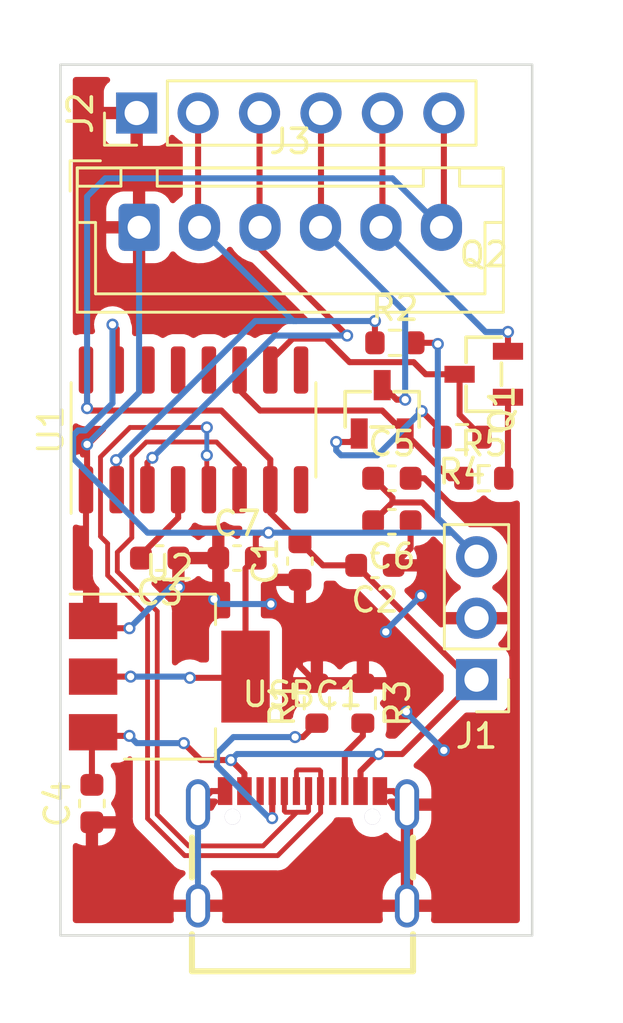
<source format=kicad_pcb>
(kicad_pcb (version 20211014) (generator pcbnew)
  (layers (0 "F.Cu" signal) (31 "B.Cu" signal) (34 "B.Paste" user) (35 "F.Paste" user) (36 "B.SilkS" user "B.Silkscreen") (37 "F.SilkS" user "F.Silkscreen") (38 "B.Mask" user) (39 "F.Mask" user) (44 "Edge.Cuts" user))
  (net 0 "")
  (net 1 "GND")
  (net 2 "+5V")
  (net 3 "Net-(C3-Pad2)")
  (net 4 "+3V3")
  (net 5 "ESP_RX")
  (net 6 "ESP_TX")
  (net 7 "EN")
  (net 8 "IO0")
  (net 9 "Net-(R1-Pad1)")
  (net 10 "Net-(R3-Pad2)")
  (net 11 "DTR")
  (net 12 "Net-(Q1-Pad1)")
  (net 13 "RTS")
  (net 14 "Net-(Q2-Pad1)")
  (net 15 "USB_DP")
  (net 16 "USB_DN")
  (footprint "Resistor_SMD:R_0603_1608Metric" (layer "F.Cu") (at 127.825 56.5)
    (fp_text reference "R2" (at 0 -1.43) (layer "F.SilkS"))
    (fp_text value "10k")
    (fp_line (start -0.237258 -0.5225) (end 0.237258 -0.5225) (layer "F.SilkS") (width 0.12))
    (fp_line (start -0.237258 0.5225) (end 0.237258 0.5225) (layer "F.SilkS") (width 0.12))
    (pad "1" smd roundrect (at -0.825 0) (size 0.8 0.95) (layers "F.Cu" "F.Paste" "F.Mask") (net 5 "ESP_RX"))
    (pad "2" smd roundrect (at 0.825 0) (size 0.8 0.95) (layers "F.Cu" "F.Paste" "F.Mask") (net 4 "+3V3"))
  )
  (footprint "Package_TO_SOT_SMD:SOT-223-3_TabPin2" (layer "F.Cu") (at 118.5 70.3)
    (fp_text reference "U2" (at 0 -4.5) (layer "F.SilkS"))
    (fp_text value "AMS1117-3.3")
    (fp_line (start -1.85 3.41) (end 1.91 3.41) (layer "F.SilkS") (width 0.12))
    (fp_line (start -4.1 -3.41) (end 1.91 -3.41) (layer "F.SilkS") (width 0.12))
    (fp_line (start 1.91 -3.41) (end 1.91 -2.15) (layer "F.SilkS") (width 0.12))
    (fp_line (start 1.91 3.41) (end 1.91 2.15) (layer "F.SilkS") (width 0.12))
    (pad "1" smd rect (at -3.15 -2.3) (size 2 1.5) (layers "F.Cu" "F.Paste" "F.Mask") (net 1 "GND"))
    (pad "2" smd rect (at -3.15 0) (size 2 1.5) (layers "F.Cu" "F.Paste" "F.Mask") (net 4 "+3V3"))
    (pad "2" smd rect (at 3.15 0) (size 2 3.8) (layers "F.Cu" "F.Paste" "F.Mask") (net 4 "+3V3"))
    (pad "3" smd rect (at -3.15 2.3) (size 2 1.5) (layers "F.Cu" "F.Paste" "F.Mask") (net 2 "+5V"))
  )
  (footprint "Capacitor_SMD:C_0603_1608Metric" (layer "F.Cu") (at 118.1 65.4 180)
    (fp_text reference "C3" (at 0 -1.43) (layer "F.SilkS"))
    (fp_text value "100n")
    (fp_line (start -0.14058 0.51) (end 0.14058 0.51) (layer "F.SilkS") (width 0.12))
    (fp_line (start -0.14058 -0.51) (end 0.14058 -0.51) (layer "F.SilkS") (width 0.12))
    (pad "1" smd roundrect (at -0.775 0 180) (size 0.9 0.95) (layers "F.Cu" "F.Paste" "F.Mask") (net 1 "GND"))
    (pad "2" smd roundrect (at 0.775 0 180) (size 0.9 0.95) (layers "F.Cu" "F.Paste" "F.Mask") (net 3 "Net-(C3-Pad2)"))
  )
  (footprint "Package_SO:SOIC-16_3.9x9.9mm_P1.27mm" (layer "F.Cu") (at 119.5 60.1 90)
    (fp_text reference "U1" (at 0 -5.9 90) (layer "F.SilkS"))
    (fp_text value "CH343G")
    (fp_line (start 0 5.06) (end -1.95 5.06) (layer "F.SilkS") (width 0.12))
    (fp_line (start 0 5.06) (end 1.95 5.06) (layer "F.SilkS") (width 0.12))
    (fp_line (start 0 -5.06) (end 1.95 -5.06) (layer "F.SilkS") (width 0.12))
    (fp_line (start 0 -5.06) (end -3.45 -5.06) (layer "F.SilkS") (width 0.12))
    (pad "1" smd roundrect (at -2.475 -4.445 90) (size 1.95 0.6) (layers "F.Cu" "F.Paste" "F.Mask") (net 1 "GND"))
    (pad "2" smd roundrect (at -2.475 -3.175 90) (size 1.95 0.6) (layers "F.Cu" "F.Paste" "F.Mask") (net 5 "ESP_RX"))
    (pad "3" smd roundrect (at -2.475 -1.905 90) (size 1.95 0.6) (layers "F.Cu" "F.Paste" "F.Mask") (net 6 "ESP_TX"))
    (pad "4" smd roundrect (at -2.475 -0.635 90) (size 1.95 0.6) (layers "F.Cu" "F.Paste" "F.Mask") (net 3 "Net-(C3-Pad2)"))
    (pad "5" smd roundrect (at -2.475 0.635 90) (size 1.95 0.6) (layers "F.Cu" "F.Paste" "F.Mask") (net 15 "USB_DP"))
    (pad "6" smd roundrect (at -2.475 1.905 90) (size 1.95 0.6) (layers "F.Cu" "F.Paste" "F.Mask") (net 16 "USB_DN"))
    (pad "7" smd roundrect (at -2.475 3.175 90) (size 1.95 0.6) (layers "F.Cu" "F.Paste" "F.Mask") (net 2 "+5V"))
    (pad "8" smd roundrect (at -2.475 4.445 90) (size 1.95 0.6) (layers "F.Cu" "F.Paste" "F.Mask"))
    (pad "9" smd roundrect (at 2.475 4.445 90) (size 1.95 0.6) (layers "F.Cu" "F.Paste" "F.Mask"))
    (pad "10" smd roundrect (at 2.475 3.175 90) (size 1.95 0.6) (layers "F.Cu" "F.Paste" "F.Mask") (net 11 "DTR"))
    (pad "11" smd roundrect (at 2.475 1.905 90) (size 1.95 0.6) (layers "F.Cu" "F.Paste" "F.Mask") (net 13 "RTS"))
    (pad "12" smd roundrect (at 2.475 0.635 90) (size 1.95 0.6) (layers "F.Cu" "F.Paste" "F.Mask"))
    (pad "13" smd roundrect (at 2.475 -0.635 90) (size 1.95 0.6) (layers "F.Cu" "F.Paste" "F.Mask"))
    (pad "14" smd roundrect (at 2.475 -1.905 90) (size 1.95 0.6) (layers "F.Cu" "F.Paste" "F.Mask"))
    (pad "15" smd roundrect (at 2.475 -3.175 90) (size 1.95 0.6) (layers "F.Cu" "F.Paste" "F.Mask") (net 4 "+3V3"))
    (pad "16" smd roundrect (at 2.475 -4.445 90) (size 1.95 0.6) (layers "F.Cu" "F.Paste" "F.Mask") (net 2 "+5V"))
  )
  (footprint "SS8050:SOT-23-3_L2.9-W1.3-P1.90-LS2.4-BR" (layer "F.Cu") (at 131.5 57.8)
    (fp_text reference "Q2" (at 0 -4.95) (layer "F.SilkS"))
    (fp_text value "SS8050_C2150")
    (fp_line (start 0.73 -0.46) (end 0.73 0.46) (layer "F.SilkS") (width 0.15))
    (fp_line (start 0.73 -1.53) (end -0.73 -1.53) (layer "F.SilkS") (width 0.15))
    (fp_line (start -0.73 1.53) (end -0.73 0.49) (layer "F.SilkS") (width 0.15))
    (fp_line (start -0.73 -1.53) (end -0.73 -0.49) (layer "F.SilkS") (width 0.15))
    (fp_line (start 0.73 1.53) (end -0.73 1.53) (layer "F.SilkS") (width 0.15))
    (pad "1" smd rect locked (at 1 0.95) (size 1.25 0.7) (layers "F.Cu" "F.Paste" "F.Mask") (net 14 "Net-(Q2-Pad1)"))
    (pad "2" smd rect locked (at 1 -0.95) (size 1.25 0.7) (layers "F.Cu" "F.Paste" "F.Mask") (net 8 "IO0"))
    (pad "3" smd rect locked (at -1 0) (size 1.25 0.7) (layers "F.Cu" "F.Paste" "F.Mask") (net 11 "DTR"))
  )
  (footprint "Capacitor_SMD:C_0603_1608Metric" (layer "F.Cu") (at 127 65.7 180)
    (fp_text reference "C2" (at 0 -1.43) (layer "F.SilkS"))
    (fp_text value "10u")
    (fp_line (start -0.14058 -0.51) (end 0.14058 -0.51) (layer "F.SilkS") (width 0.12))
    (fp_line (start -0.14058 0.51) (end 0.14058 0.51) (layer "F.SilkS") (width 0.12))
    (pad "1" smd roundrect (at -0.775 0 180) (size 0.9 0.95) (layers "F.Cu" "F.Paste" "F.Mask") (net 1 "GND"))
    (pad "2" smd roundrect (at 0.775 0 180) (size 0.9 0.95) (layers "F.Cu" "F.Paste" "F.Mask") (net 2 "+5V"))
  )
  (footprint "Resistor_SMD:R_0603_1608Metric" (layer "F.Cu") (at 126.5 71.4 -90)
    (fp_text reference "R3" (at 0 -1.43 90) (layer "F.SilkS"))
    (fp_text value "5k1")
    (fp_line (start -0.237258 0.5225) (end 0.237258 0.5225) (layer "F.SilkS") (width 0.12))
    (fp_line (start -0.237258 -0.5225) (end 0.237258 -0.5225) (layer "F.SilkS") (width 0.12))
    (pad "1" smd roundrect (at -0.825 0 270) (size 0.8 0.95) (layers "F.Cu" "F.Paste" "F.Mask") (net 1 "GND"))
    (pad "2" smd roundrect (at 0.825 0 270) (size 0.8 0.95) (layers "F.Cu" "F.Paste" "F.Mask") (net 10 "Net-(R3-Pad2)"))
  )
  (footprint "Capacitor_SMD:C_0603_1608Metric" (layer "F.Cu") (at 123.9 65.525 90)
    (fp_text reference "C1" (at 0 -1.43 90) (layer "F.SilkS"))
    (fp_text value "100n")
    (fp_line (start -0.14058 -0.51) (end 0.14058 -0.51) (layer "F.SilkS") (width 0.12))
    (fp_line (start -0.14058 0.51) (end 0.14058 0.51) (layer "F.SilkS") (width 0.12))
    (pad "1" smd roundrect (at -0.775 0 90) (size 0.9 0.95) (layers "F.Cu" "F.Paste" "F.Mask") (net 1 "GND"))
    (pad "2" smd roundrect (at 0.775 0 90) (size 0.9 0.95) (layers "F.Cu" "F.Paste" "F.Mask") (net 2 "+5V"))
  )
  (footprint "Capacitor_SMD:C_0603_1608Metric" (layer "F.Cu") (at 127.7 62.1)
    (fp_text reference "C5" (at 0 -1.43) (layer "F.SilkS"))
    (fp_text value "10u")
    (fp_line (start -0.14058 -0.51) (end 0.14058 -0.51) (layer "F.SilkS") (width 0.12))
    (fp_line (start -0.14058 0.51) (end 0.14058 0.51) (layer "F.SilkS") (width 0.12))
    (pad "1" smd roundrect (at -0.775 0) (size 0.9 0.95) (layers "F.Cu" "F.Paste" "F.Mask") (net 4 "+3V3"))
    (pad "2" smd roundrect (at 0.775 0) (size 0.9 0.95) (layers "F.Cu" "F.Paste" "F.Mask") (net 1 "GND"))
  )
  (footprint "Connector_PinHeader_2.54mm:PinHeader_1x06_P2.54mm_Vertical" (layer "F.Cu") (at 117.15 47 90)
    (fp_text reference "J2" (at 0 -2.33 90) (layer "F.SilkS"))
    (fp_text value "Conn_01x06")
    (fp_line (start -1.33 0) (end -1.33 -1.33) (layer "F.SilkS") (width 0.12))
    (fp_line (start -1.33 -1.33) (end 0 -1.33) (layer "F.SilkS") (width 0.12))
    (fp_line (start 1.33 1.27) (end 1.33 14.03) (layer "F.SilkS") (width 0.12))
    (fp_line (start -1.33 14.03) (end 1.33 14.03) (layer "F.SilkS") (width 0.12))
    (fp_line (start -1.33 1.27) (end 1.33 1.27) (layer "F.SilkS") (width 0.12))
    (fp_line (start -1.33 1.27) (end -1.33 14.03) (layer "F.SilkS") (width 0.12))
    (pad "1" thru_hole rect (at 0 0 90) (size 1.7 1.7) (drill 1) (layers *.Cu *.Mask) (net 1 "GND"))
    (pad "2" thru_hole oval (at 0 2.54 90) (size 1.7 1.7) (drill 1) (layers *.Cu *.Mask) (net 5 "ESP_RX"))
    (pad "3" thru_hole oval (at 0 5.08 90) (size 1.7 1.7) (drill 1) (layers *.Cu *.Mask) (net 6 "ESP_TX"))
    (pad "4" thru_hole oval (at 0 7.62 90) (size 1.7 1.7) (drill 1) (layers *.Cu *.Mask) (net 7 "EN"))
    (pad "5" thru_hole oval (at 0 10.16 90) (size 1.7 1.7) (drill 1) (layers *.Cu *.Mask) (net 8 "IO0"))
    (pad "6" thru_hole oval (at 0 12.7 90) (size 1.7 1.7) (drill 1) (layers *.Cu *.Mask) (net 2 "+5V"))
  )
  (footprint "usb_c_bobby:USB-C-SMD_MC-311D" (layer "F.Cu") (at 124.005 77.4025)
    (fp_text reference "USBC1" (at 0 -6.37) (layer "F.SilkS"))
    (fp_text value "MC-311D")
    (fp_line (start -4.57 -0.45) (end -4.57 1.2) (layer "F.SilkS") (width 0.25))
    (fp_line (start -4.57 5.08) (end 4.57 5.08) (layer "F.SilkS") (width 0.25))
    (fp_line (start 4.57 5.08) (end 4.57 3.55) (layer "F.SilkS") (width 0.25))
    (fp_line (start 4.57 -0.45) (end 4.57 1.2) (layer "F.SilkS") (width 0.25))
    (fp_line (start -4.57 3.55) (end -4.57 5.08) (layer "F.SilkS") (width 0.25))
    (pad "" thru_hole circle locked (at -2.89 -1.31) (size 0.65 0.65) (drill 0.65) (layers *.Cu *.Mask))
    (pad "" thru_hole circle locked (at 2.89 -1.31) (size 0.65 0.65) (drill 0.65) (layers *.Cu *.Mask))
    (pad "1" thru_hole oval locked (at -4.32 -1.81) (size 1 2.1) (drill oval 0.599999 1.700022) (layers *.Cu *.Paste *.Mask) (net 1 "GND"))
    (pad "2" thru_hole oval locked (at -4.32 2.37) (size 1 1.8) (drill oval 0.599999 1.399997) (layers *.Cu *.Paste *.Mask) (net 1 "GND"))
    (pad "3" thru_hole oval locked (at 4.32 2.37) (size 1 1.8) (drill oval 0.599999 1.399997) (layers *.Cu *.Paste *.Mask) (net 1 "GND"))
    (pad "4" thru_hole oval locked (at 4.32 -1.81) (size 1 2.1) (drill oval 0.599999 1.699997) (layers *.Cu *.Paste *.Mask) (net 1 "GND"))
    (pad "A1-B12" smd rect locked (at -3.2 -2.37) (size 0.6 1.15) (layers "F.Cu" "F.Paste" "F.Mask") (net 1 "GND"))
    (pad "A4-B9" smd rect locked (at -2.4 -2.37) (size 0.6 1.15) (layers "F.Cu" "F.Paste" "F.Mask") (net 2 "+5V"))
    (pad "A5" smd rect locked (at -1.25 -2.37) (size 0.3 1.15) (layers "F.Cu" "F.Paste" "F.Mask") (net 9 "Net-(R1-Pad1)"))
    (pad "A6" smd rect locked (at -0.25 -2.37) (size 0.3 1.15) (layers "F.Cu" "F.Paste" "F.Mask") (net 15 "USB_DP"))
    (pad "A7" smd rect locked (at 0.25 -2.37) (size 0.3 1.15) (layers "F.Cu" "F.Paste" "F.Mask") (net 16 "USB_DN"))
    (pad "A8" smd rect locked (at 1.25 -2.37) (size 0.3 1.15) (layers "F.Cu" "F.Paste" "F.Mask"))
    (pad "B1-A12" smd rect locked (at 3.2 -2.37) (size 0.6 1.15) (layers "F.Cu" "F.Paste" "F.Mask") (net 1 "GND"))
    (pad "B4-A9" smd rect locked (at 2.4 -2.37) (size 0.6 1.15) (layers "F.Cu" "F.Paste" "F.Mask") (net 2 "+5V"))
    (pad "B5" smd rect locked (at 1.75 -2.37) (size 0.3 1.15) (layers "F.Cu" "F.Paste" "F.Mask") (net 10 "Net-(R3-Pad2)"))
    (pad "B6" smd rect locked (at 0.75 -2.37) (size 0.3 1.15) (layers "F.Cu" "F.Paste" "F.Mask") (net 15 "USB_DP"))
    (pad "B7" smd rect locked (at -0.75 -2.37) (size 0.3 1.15) (layers "F.Cu" "F.Paste" "F.Mask") (net 16 "USB_DN"))
    (pad "B8" smd rect locked (at -1.75 -2.37) (size 0.3 1.15) (layers "F.Cu" "F.Paste" "F.Mask"))
  )
  (footprint "Resistor_SMD:R_0603_1608Metric" (layer "F.Cu") (at 131.5 62.1)
    (fp_text reference "R5" (at 0 -1.43) (layer "F.SilkS"))
    (fp_text value "12k")
    (fp_line (start -0.237258 -0.5225) (end 0.237258 -0.5225) (layer "F.SilkS") (width 0.12))
    (fp_line (start -0.237258 0.5225) (end 0.237258 0.5225) (layer "F.SilkS") (width 0.12))
    (pad "1" smd roundrect (at -0.825 0) (size 0.8 0.95) (layers "F.Cu" "F.Paste" "F.Mask") (net 13 "RTS"))
    (pad "2" smd roundrect (at 0.825 0) (size 0.8 0.95) (layers "F.Cu" "F.Paste" "F.Mask") (net 14 "Net-(Q2-Pad1)"))
  )
  (footprint "Capacitor_SMD:C_0603_1608Metric" (layer "F.Cu") (at 115.3 75.55 90)
    (fp_text reference "C4" (at 0 -1.43 90) (layer "F.SilkS"))
    (fp_text value "100n")
    (fp_line (start -0.14058 -0.51) (end 0.14058 -0.51) (layer "F.SilkS") (width 0.12))
    (fp_line (start -0.14058 0.51) (end 0.14058 0.51) (layer "F.SilkS") (width 0.12))
    (pad "1" smd roundrect (at -0.775 0 90) (size 0.9 0.95) (layers "F.Cu" "F.Paste" "F.Mask") (net 1 "GND"))
    (pad "2" smd roundrect (at 0.775 0 90) (size 0.9 0.95) (layers "F.Cu" "F.Paste" "F.Mask") (net 2 "+5V"))
  )
  (footprint "Connector_JST:JST_XH_B6B-XH-A_1x06_P2.50mm_Vertical" (layer "F.Cu") (at 117.25 51.725)
    (fp_text reference "J3" (at 6.25 -3.55) (layer "F.SilkS"))
    (fp_text value "Flash")
    (fp_line (start 0.75 -2.45) (end 0.75 -1.7) (layer "F.SilkS") (width 0.12))
    (fp_line (start 13.25 -1.7) (end 15.05 -1.7) (layer "F.SilkS") (width 0.12))
    (fp_line (start -2.55 -2.45) (end -2.55 -1.7) (layer "F.SilkS") (width 0.12))
    (fp_line (start -0.75 -1.7) (end -0.75 -2.45) (layer "F.SilkS") (width 0.12))
    (fp_line (start -0.75 -2.45) (end -2.55 -2.45) (layer "F.SilkS") (width 0.12))
    (fp_line (start -2.55 -1.7) (end -0.75 -1.7) (layer "F.SilkS") (width 0.12))
    (fp_line (start 11.75 -2.45) (end 0.75 -2.45) (layer "F.SilkS") (width 0.12))
    (fp_line (start 15.06 -2.46) (end -2.56 -2.46) (layer "F.SilkS") (width 0.12))
    (fp_line (start 15.05 -1.7) (end 15.05 -2.45) (layer "F.SilkS") (width 0.12))
    (fp_line (start 15.06 3.51) (end 15.06 -2.46) (layer "F.SilkS") (width 0.12))
    (fp_line (start 11.75 -1.7) (end 11.75 -2.45) (layer "F.SilkS") (width 0.12))
    (fp_line (start -2.55 -0.2) (end -1.8 -0.2) (layer "F.SilkS") (width 0.12))
    (fp_line (start 15.05 -0.2) (end 14.3 -0.2) (layer "F.SilkS") (width 0.12))
    (fp_line (start -2.56 -2.46) (end -2.56 3.51) (layer "F.SilkS") (width 0.12))
    (fp_line (start -2.85 -2.75) (end -2.85 -1.5) (layer "F.SilkS") (width 0.12))
    (fp_line (start -1.8 2.75) (end 6.25 2.75) (layer "F.SilkS") (width 0.12))
    (fp_line (start 14.3 -0.2) (end 14.3 2.75) (layer "F.SilkS") (width 0.12))
    (fp_line (start 15.05 -2.45) (end 13.25 -2.45) (layer "F.SilkS") (width 0.12))
    (fp_line (start 13.25 -2.45) (end 13.25 -1.7) (layer "F.SilkS") (width 0.12))
    (fp_line (start 0.75 -1.7) (end 11.75 -1.7) (layer "F.SilkS") (width 0.12))
    (fp_line (start 14.3 2.75) (end 6.25 2.75) (layer "F.SilkS") (width 0.12))
    (fp_line (start -1.8 -0.2) (end -1.8 2.75) (layer "F.SilkS") (width 0.12))
    (fp_line (start -2.56 3.51) (end 15.06 3.51) (layer "F.SilkS") (width 0.12))
    (fp_line (start -1.6 -2.75) (end -2.85 -2.75) (layer "F.SilkS") (width 0.12))
    (pad "1" thru_hole roundrect (at 0 0) (size 1.7 1.95) (drill 0.95) (layers *.Cu *.Mask) (roundrect_rratio 0.147059) (net 1 "GND"))
    (pad "2" thru_hole oval (at 2.5 0) (size 1.7 1.95) (drill 0.95) (layers *.Cu *.Mask) (net 5 "ESP_RX"))
    (pad "3" thru_hole oval (at 5 0) (size 1.7 1.95) (drill 0.95) (layers *.Cu *.Mask) (net 6 "ESP_TX"))
    (pad "4" thru_hole oval (at 7.5 0) (size 1.7 1.95) (drill 0.95) (layers *.Cu *.Mask) (net 7 "EN"))
    (pad "5" thru_hole oval (at 10 0) (size 1.7 1.95) (drill 0.95) (layers *.Cu *.Mask) (net 8 "IO0"))
    (pad "6" thru_hole oval (at 12.5 0) (size 1.7 1.95) (drill 0.95) (layers *.Cu *.Mask) (net 2 "+5V"))
  )
  (footprint "Capacitor_SMD:C_0603_1608Metric" (layer "F.Cu") (at 121.3 65.4)
    (fp_text reference "C7" (at 0 -1.43) (layer "F.SilkS"))
    (fp_text value "1u")
    (fp_line (start -0.14058 0.51) (end 0.14058 0.51) (layer "F.SilkS") (width 0.12))
    (fp_line (start -0.14058 -0.51) (end 0.14058 -0.51) (layer "F.SilkS") (width 0.12))
    (pad "1" smd roundrect (at -0.775 0) (size 0.9 0.95) (layers "F.Cu" "F.Paste" "F.Mask") (net 1 "GND"))
    (pad "2" smd roundrect (at 0.775 0) (size 0.9 0.95) (layers "F.Cu" "F.Paste" "F.Mask") (net 4 "+3V3"))
  )
  (footprint "SS8050:SOT-23-3_L2.9-W1.3-P1.90-LS2.4-BR" (layer "F.Cu") (at 127.3 59.25 -90)
    (fp_text reference "Q1" (at 0 -4.95 90) (layer "F.SilkS"))
    (fp_text value "SS8050_C2150")
    (fp_line (start -0.73 -1.53) (end -0.73 -0.49) (layer "F.SilkS") (width 0.15))
    (fp_line (start -0.73 1.53) (end -0.73 0.49) (layer "F.SilkS") (width 0.15))
    (fp_line (start 0.73 1.53) (end -0.73 1.53) (layer "F.SilkS") (width 0.15))
    (fp_line (start 0.73 -0.46) (end 0.73 0.46) (layer "F.SilkS") (width 0.15))
    (fp_line (start 0.73 -1.53) (end -0.73 -1.53) (layer "F.SilkS") (width 0.15))
    (pad "1" smd rect locked (at 1 0.95 270) (size 1.25 0.7) (layers "F.Cu" "F.Paste" "F.Mask") (net 12 "Net-(Q1-Pad1)"))
    (pad "2" smd rect locked (at 1 -0.95 270) (size 1.25 0.7) (layers "F.Cu" "F.Paste" "F.Mask") (net 13 "RTS"))
    (pad "3" smd rect locked (at -1 0 270) (size 1.25 0.7) (layers "F.Cu" "F.Paste" "F.Mask") (net 7 "EN"))
  )
  (footprint "Capacitor_SMD:C_0603_1608Metric" (layer "F.Cu") (at 127.7 63.9 180)
    (fp_text reference "C6" (at 0 -1.43) (layer "F.SilkS"))
    (fp_text value "100n")
    (fp_line (start -0.14058 -0.51) (end 0.14058 -0.51) (layer "F.SilkS") (width 0.12))
    (fp_line (start -0.14058 0.51) (end 0.14058 0.51) (layer "F.SilkS") (width 0.12))
    (pad "1" smd roundrect (at -0.775 0 180) (size 0.9 0.95) (layers "F.Cu" "F.Paste" "F.Mask") (net 1 "GND"))
    (pad "2" smd roundrect (at 0.775 0 180) (size 0.9 0.95) (layers "F.Cu" "F.Paste" "F.Mask") (net 4 "+3V3"))
  )
  (footprint "Resistor_SMD:R_0603_1608Metric" (layer "F.Cu") (at 130.6 60.4 180)
    (fp_text reference "R4" (at 0 -1.43) (layer "F.SilkS"))
    (fp_text value "12k")
    (fp_line (start -0.237258 0.5225) (end 0.237258 0.5225) (layer "F.SilkS") (width 0.12))
    (fp_line (start -0.237258 -0.5225) (end 0.237258 -0.5225) (layer "F.SilkS") (width 0.12))
    (pad "1" smd roundrect (at -0.825 0 180) (size 0.8 0.95) (layers "F.Cu" "F.Paste" "F.Mask") (net 11 "DTR"))
    (pad "2" smd roundrect (at 0.825 0 180) (size 0.8 0.95) (layers "F.Cu" "F.Paste" "F.Mask") (net 12 "Net-(Q1-Pad1)"))
  )
  (footprint "Connector_PinHeader_2.54mm:PinHeader_1x03_P2.54mm_Vertical" (layer "F.Cu") (at 131.2 70.425 180)
    (fp_text reference "J1" (at 0 -2.33) (layer "F.SilkS"))
    (fp_text value "Conn_01x03")
    (fp_line (start -1.33 0) (end -1.33 -1.33) (layer "F.SilkS") (width 0.12))
    (fp_line (start 1.33 1.27) (end 1.33 6.41) (layer "F.SilkS") (width 0.12))
    (fp_line (start -1.33 6.41) (end 1.33 6.41) (layer "F.SilkS") (width 0.12))
    (fp_line (start -1.33 1.27) (end -1.33 6.41) (layer "F.SilkS") (width 0.12))
    (fp_line (start -1.33 -1.33) (end 0 -1.33) (layer "F.SilkS") (width 0.12))
    (fp_line (start -1.33 1.27) (end 1.33 1.27) (layer "F.SilkS") (width 0.12))
    (pad "1" thru_hole rect (at 0 0 180) (size 1.7 1.7) (drill 1) (layers *.Cu *.Mask) (net 2 "+5V"))
    (pad "2" thru_hole oval (at 0 2.54 180) (size 1.7 1.7) (drill 1) (layers *.Cu *.Mask) (net 1 "GND"))
    (pad "3" thru_hole oval (at 0 5.08 180) (size 1.7 1.7) (drill 1) (layers *.Cu *.Mask) (net 4 "+3V3"))
  )
  (footprint "Resistor_SMD:R_0603_1608Metric" (layer "F.Cu") (at 124.6 71.4 90)
    (fp_text reference "R1" (at 0 -1.43 90) (layer "F.SilkS"))
    (fp_text value "5k1")
    (fp_line (start -0.237258 0.5225) (end 0.237258 0.5225) (layer "F.SilkS") (width 0.12))
    (fp_line (start -0.237258 -0.5225) (end 0.237258 -0.5225) (layer "F.SilkS") (width 0.12))
    (pad "1" smd roundrect (at -0.825 0 90) (size 0.8 0.95) (layers "F.Cu" "F.Paste" "F.Mask") (net 9 "Net-(R1-Pad1)"))
    (pad "2" smd roundrect (at 0.825 0 90) (size 0.8 0.95) (layers "F.Cu" "F.Paste" "F.Mask") (net 1 "GND"))
  )
  (gr_rect (start 114 45) (end 133.5 81) (layer "Edge.Cuts") (width 0.1) (fill none))
  (segment (start 132.565 67.885) (end 131.2 67.885) (width 0.25) (layer "F.Cu") (net 1))
  (segment (start 132.85 64.3) (end 132.85 67.6) (width 0.25) (layer "F.Cu") (net 1))
  (segment (start 123.9 66.3) (end 123.9 69.875) (width 0.25) (layer "F.Cu") (net 1))
  (segment (start 115.055 62.575) (end 115.055 67.705) (width 0.25) (layer "F.Cu") (net 1))
  (segment (start 120.525 65.4) (end 118.875 65.4) (width 0.25) (layer "F.Cu") (net 1))
  (segment (start 115.055 67.705) (end 115.35 68) (width 0.25) (layer "F.Cu") (net 1))
  (segment (start 132.85 67.6) (end 132.565 67.885) (width 0.25) (layer "F.Cu") (net 1))
  (segment (start 123.9 69.875) (end 124.6 70.575) (width 0.25) (layer "F.Cu") (net 1))
  (segment (start 128.475 65) (end 127.775 65.7) (width 0.25) (layer "F.Cu") (net 1))
  (segment (start 118.875 66.575) (end 118.9 66.6) (width 0.25) (layer "F.Cu") (net 1))
  (segment (start 115.65 68.3) (end 115.35 68) (width 0.25) (layer "F.Cu") (net 1))
  (segment (start 132.55 64) (end 132.85 64.3) (width 0.25) (layer "F.Cu") (net 1))
  (segment (start 130.95 64) (end 132.55 64) (width 0.25) (layer "F.Cu") (net 1))
  (segment (start 120.805 75.0325) (end 120.245 75.0325) (width 0.25) (layer "F.Cu") (net 1))
  (segment (start 127.765 75.0325) (end 128.325 75.5925) (width 0.25) (layer "F.Cu") (net 1))
  (segment (start 128.475 63.9) (end 128.475 65) (width 0.25) (layer "F.Cu") (net 1))
  (segment (start 118.875 65.4) (end 118.875 66.575) (width 0.25) (layer "F.Cu") (net 1))
  (segment (start 116.85 68.3) (end 115.65 68.3) (width 0.25) (layer "F.Cu") (net 1))
  (segment (start 128.475 62.1) (end 129.05 62.1) (width 0.25) (layer "F.Cu") (net 1))
  (segment (start 120.245 75.0325) (end 119.685 75.5925) (width 0.25) (layer "F.Cu") (net 1))
  (segment (start 129.05 62.1) (end 130.95 64) (width 0.25) (layer "F.Cu") (net 1))
  (segment (start 127.205 75.0325) (end 127.765 75.0325) (width 0.25) (layer "F.Cu") (net 1))
  (segment (start 128.325 79.7725) (end 119.685 79.7725) (width 0.25) (layer "F.Cu") (net 1))
  (segment (start 115.1 62.53) (end 115.055 62.575) (width 0.25) (layer "F.Cu") (net 1))
  (segment (start 115.1 60.7) (end 115.1 62.53) (width 0.25) (layer "F.Cu") (net 1))
  (via (at 120.35 67.1) (size 0.5) (drill 0.3) (layers "F.Cu" "B.Cu") (net 1))
  (via (at 116.85 68.3) (size 0.5) (drill 0.3) (layers "F.Cu" "B.Cu") (net 1))
  (via (at 128.3 71.75) (size 0.5) (drill 0.3) (layers "F.Cu" "B.Cu") (net 1))
  (via (at 118.9 66.6) (size 0.5) (drill 0.3) (layers "F.Cu" "B.Cu") (net 1))
  (via (at 115.1 60.7) (size 0.5) (drill 0.3) (layers "F.Cu" "B.Cu") (net 1))
  (via (at 122.7 67.3) (size 0.5) (drill 0.3) (layers "F.Cu" "B.Cu") (net 1))
  (via (at 127.45 68.45) (size 0.5) (drill 0.3) (layers "F.Cu" "B.Cu") (net 1))
  (via (at 129.85 73.35) (size 0.5) (drill 0.3) (layers "F.Cu" "B.Cu") (net 1))
  (via (at 128.9 66.95) (size 0.5) (drill 0.3) (layers "F.Cu" "B.Cu") (net 1))
  (segment (start 128.3 71.75) (end 128.3 71.8) (width 0.25) (layer "B.Cu") (net 1))
  (segment (start 128.3 71.8) (end 129.85 73.35) (width 0.25) (layer "B.Cu") (net 1))
  (segment (start 117.25 51.725) (end 117.25 58.55) (width 0.25) (layer "B.Cu") (net 1))
  (segment (start 118.9 66.6) (end 118.55 66.6) (width 0.25) (layer "B.Cu") (net 1))
  (segment (start 117.25 58.55) (end 115.1 60.7) (width 0.25) (layer "B.Cu") (net 1))
  (segment (start 122.7 67.3) (end 120.55 67.3) (width 0.25) (layer "B.Cu") (net 1))
  (segment (start 120.55 67.3) (end 120.35 67.1) (width 0.25) (layer "B.Cu") (net 1))
  (segment (start 118.55 66.6) (end 116.85 68.3) (width 0.25) (layer "B.Cu") (net 1))
  (segment (start 127.45 68.45) (end 127.45 68.4) (width 0.25) (layer "B.Cu") (net 1))
  (segment (start 119.685 75.5925) (end 119.685 79.7725) (width 0.25) (layer "B.Cu") (net 1))
  (segment (start 128.325 75.5925) (end 128.325 79.7725) (width 0.25) (layer "B.Cu") (net 1))
  (segment (start 127.45 68.4) (end 128.9 66.95) (width 0.25) (layer "B.Cu") (net 1))
  (segment (start 123.9 64.75) (end 122.675 63.525) (width 0.25) (layer "F.Cu") (net 2))
  (segment (start 124.85 65.7) (end 123.9 64.75) (width 0.25) (layer "F.Cu") (net 2))
  (segment (start 126.225 65.7) (end 124.85 65.7) (width 0.25) (layer "F.Cu") (net 2))
  (segment (start 115.1 57.67) (end 115.055 57.625) (width 0.25) (layer "F.Cu") (net 2))
  (segment (start 121.605 75.0325) (end 121.605 74.3075) (width 0.25) (layer "F.Cu") (net 2))
  (segment (start 121.605 74.3075) (end 121.0475 73.75) (width 0.25) (layer "F.Cu") (net 2))
  (segment (start 122.675 62.575) (end 122.675 61.325) (width 0.25) (layer "F.Cu") (net 2))
  (segment (start 115.2 59.3) (end 115.1 59.2) (width 0.25) (layer "F.Cu") (net 2))
  (segment (start 115.1 59.2) (end 115.1 57.67) (width 0.25) (layer "F.Cu") (net 2))
  (segment (start 115.3 72.65) (end 115.35 72.6) (width 0.25) (layer "F.Cu") (net 2))
  (segment (start 129.85 51.625) (end 129.75 51.725) (width 0.25) (layer "F.Cu") (net 2))
  (segment (start 126.405 74.2075) (end 127.1125 73.5) (width 0.25) (layer "F.Cu") (net 2))
  (segment (start 116.85 72.75) (end 115.5 72.75) (width 0.25) (layer "F.Cu") (net 2))
  (segment (start 115.3 74.775) (end 115.3 72.65) (width 0.25) (layer "F.Cu") (net 2))
  (segment (start 130.95 70.425) (end 126.225 65.7) (width 0.25) (layer "F.Cu") (net 2))
  (segment (start 120.65 59.3) (end 115.2 59.3) (width 0.25) (layer "F.Cu") (net 2))
  (segment (start 128.125 73.5) (end 131.2 70.425) (width 0.25) (layer "F.Cu") (net 2))
  (segment (start 119.8 73.75) (end 119.1 73.05) (width 0.25) (layer "F.Cu") (net 2))
  (segment (start 127.25 73.5) (end 128.125 73.5) (width 0.25) (layer "F.Cu") (net 2))
  (segment (start 127.15 73.5) (end 127.25 73.5) (width 0.25) (layer "F.Cu") (net 2))
  (segment (start 115.5 72.75) (end 115.35 72.6) (width 0.25) (layer "F.Cu") (net 2))
  (segment (start 122.675 61.325) (end 120.65 59.3) (width 0.25) (layer "F.Cu") (net 2))
  (segment (start 121.0475 73.75) (end 119.8 73.75) (width 0.25) (layer "F.Cu") (net 2))
  (segment (start 126.405 75.0325) (end 126.405 74.2075) (width 0.25) (layer "F.Cu") (net 2))
  (segment (start 129.85 47) (end 129.85 51.625) (width 0.25) (layer "F.Cu") (net 2))
  (segment (start 127.1125 73.5) (end 127.15 73.5) (width 0.25) (layer "F.Cu") (net 2))
  (segment (start 122.675 63.525) (end 122.675 62.575) (width 0.25) (layer "F.Cu") (net 2))
  (segment (start 131.2 70.425) (end 130.95 70.425) (width 0.25) (layer "F.Cu") (net 2))
  (via (at 121.0475 73.75) (size 0.5) (drill 0.3) (layers "F.Cu" "B.Cu") (net 2))
  (via (at 115.1 59.2) (size 0.5) (drill 0.3) (layers "F.Cu" "B.Cu") (net 2))
  (via (at 119.1 73.05) (size 0.5) (drill 0.3) (layers "F.Cu" "B.Cu") (net 2))
  (via (at 116.85 72.75) (size 0.5) (drill 0.3) (layers "F.Cu" "B.Cu") (net 2))
  (via (at 127.15 73.5) (size 0.5) (drill 0.3) (layers "F.Cu" "B.Cu") (net 2))
  (segment (start 117.15 73.05) (end 116.85 72.75) (width 0.25) (layer "B.Cu") (net 2))
  (segment (start 115.1 50.45) (end 115.1 54.45) (width 0.25) (layer "B.Cu") (net 2))
  (segment (start 119.1 73.05) (end 117.15 73.05) (width 0.25) (layer "B.Cu") (net 2))
  (segment (start 115.1 54.45) (end 115.1 59.2) (width 0.25) (layer "B.Cu") (net 2))
  (segment (start 127.725 49.7) (end 115.85 49.7) (width 0.25) (layer "B.Cu") (net 2))
  (segment (start 115.85 49.7) (end 115.1 50.45) (width 0.25) (layer "B.Cu") (net 2))
  (segment (start 121.2975 73.5) (end 121.0475 73.75) (width 0.25) (layer "B.Cu") (net 2))
  (segment (start 127.15 73.5) (end 121.2975 73.5) (width 0.25) (layer "B.Cu") (net 2))
  (segment (start 129.75 51.725) (end 127.725 49.7) (width 0.25) (layer "B.Cu") (net 2))
  (segment (start 117.325 65.275) (end 118.865 63.735) (width 0.25) (layer "F.Cu") (net 3))
  (segment (start 118.865 63.735) (end 118.865 62.575) (width 0.25) (layer "F.Cu") (net 3))
  (segment (start 117.325 65.4) (end 117.325 65.275) (width 0.25) (layer "F.Cu") (net 3))
  (segment (start 127.725 62.9) (end 126.925 62.1) (width 0.25) (layer "F.Cu") (net 4))
  (segment (start 122.075 65.4) (end 121.65 65.825) (width 0.25) (layer "F.Cu") (net 4))
  (segment (start 127.725 63.1) (end 127.725 62.9) (width 0.25) (layer "F.Cu") (net 4))
  (segment (start 119.35 70.35) (end 121.6 70.35) (width 0.25) (layer "F.Cu") (net 4))
  (segment (start 116.325 57.625) (end 116.325 55.925) (width 0.25) (layer "F.Cu") (net 4))
  (segment (start 122.25 64.35) (end 122.075 64.525) (width 0.25) (layer "F.Cu") (net 4))
  (segment (start 115.35 70.3) (end 116.9 70.3) (width 0.25) (layer "F.Cu") (net 4))
  (segment (start 127.725 63.1) (end 128.955 63.1) (width 0.25) (layer "F.Cu") (net 4))
  (segment (start 122.6 64.35) (end 122.25 64.35) (width 0.25) (layer "F.Cu") (net 4))
  (segment (start 121.6 70.35) (end 121.65 70.3) (width 0.25) (layer "F.Cu") (net 4))
  (segment (start 129.55 56.5) (end 129.6 56.55) (width 0.25) (layer "F.Cu") (net 4))
  (segment (start 122.075 64.525) (end 122.075 65.4) (width 0.25) (layer "F.Cu") (net 4))
  (segment (start 121.65 65.825) (end 121.65 70.3) (width 0.25) (layer "F.Cu") (net 4))
  (segment (start 128.65 56.5) (end 129.55 56.5) (width 0.25) (layer "F.Cu") (net 4))
  (segment (start 126.925 63.9) (end 127.725 63.1) (width 0.25) (layer "F.Cu") (net 4))
  (segment (start 116.325 55.925) (end 116.15 55.75) (width 0.25) (layer "F.Cu") (net 4))
  (segment (start 128.955 63.1) (end 131.2 65.345) (width 0.25) (layer "F.Cu") (net 4))
  (via (at 122.6 64.35) (size 0.5) (drill 0.3) (layers "F.Cu" "B.Cu") (net 4))
  (via (at 129.6 56.55) (size 0.5) (drill 0.3) (layers "F.Cu" "B.Cu") (net 4))
  (via (at 116.15 55.75) (size 0.5) (drill 0.3) (layers "F.Cu" "B.Cu") (net 4))
  (via (at 119.35 70.35) (size 0.5) (drill 0.3) (layers "F.Cu" "B.Cu") (net 4))
  (via (at 116.9 70.3) (size 0.5) (drill 0.3) (layers "F.Cu" "B.Cu") (net 4))
  (segment (start 131.2 65.345) (end 130.205 64.35) (width 0.25) (layer "B.Cu") (net 4))
  (segment (start 129.6 63.745) (end 130.205 64.35) (width 0.25) (layer "B.Cu") (net 4))
  (segment (start 116.15 59) (end 115.025 60.125) (width 0.25) (layer "B.Cu") (net 4))
  (segment (start 115.025 60.125) (end 114.725 60.125) (width 0.25) (layer "B.Cu") (net 4))
  (segment (start 130.205 64.35) (end 122.6 64.35) (width 0.25) (layer "B.Cu") (net 4))
  (segment (start 119.3 70.3) (end 119.35 70.35) (width 0.25) (layer "B.Cu") (net 4))
  (segment (start 116.9 70.3) (end 119.3 70.3) (width 0.25) (layer "B.Cu") (net 4))
  (segment (start 114.725 60.125) (end 114.525 60.325) (width 0.25) (layer "B.Cu") (net 4))
  (segment (start 114.525 61.275) (end 117.6 64.35) (width 0.25) (layer "B.Cu") (net 4))
  (segment (start 116.15 55.75) (end 116.15 59) (width 0.25) (layer "B.Cu") (net 4))
  (segment (start 114.525 60.325) (end 114.525 61.275) (width 0.25) (layer "B.Cu") (net 4))
  (segment (start 117.6 64.35) (end 122.6 64.35) (width 0.25) (layer "B.Cu") (net 4))
  (segment (start 129.6 56.55) (end 129.6 63.745) (width 0.25) (layer "B.Cu") (net 4))
  (segment (start 119.69 47) (end 119.69 51.665) (width 0.25) (layer "F.Cu") (net 5))
  (segment (start 116.325 61.375) (end 116.3 61.35) (width 0.25) (layer "F.Cu") (net 5))
  (segment (start 127 56.5) (end 127 55.6) (width 0.25) (layer "F.Cu") (net 5))
  (segment (start 119.69 51.665) (end 119.75 51.725) (width 0.25) (layer "F.Cu") (net 5))
  (segment (start 116.325 62.575) (end 116.325 61.375) (width 0.25) (layer "F.Cu") (net 5))
  (via (at 116.3 61.35) (size 0.5) (drill 0.3) (layers "F.Cu" "B.Cu") (net 5))
  (via (at 127 55.6) (size 0.5) (drill 0.3) (layers "F.Cu" "B.Cu") (net 5))
  (segment (start 127 55.6) (end 123.75 55.6) (width 0.25) (layer "B.Cu") (net 5))
  (segment (start 122.05 55.6) (end 123.75 55.6) (width 0.25) (layer "B.Cu") (net 5))
  (segment (start 123.625 55.6) (end 119.75 51.725) (width 0.25) (layer "B.Cu") (net 5))
  (segment (start 116.3 61.35) (end 122.05 55.6) (width 0.25) (layer "B.Cu") (net 5))
  (segment (start 123.75 55.6) (end 123.625 55.6) (width 0.25) (layer "B.Cu") (net 5))
  (segment (start 117.595 61.455) (end 117.8 61.25) (width 0.25) (layer "F.Cu") (net 6))
  (segment (start 122.25 52.6) (end 122.25 51.725) (width 0.25) (layer "F.Cu") (net 6))
  (segment (start 125.85 56.2) (end 122.25 52.6) (width 0.25) (layer "F.Cu") (net 6))
  (segment (start 122.23 47) (end 122.23 51.705) (width 0.25) (layer "F.Cu") (net 6))
  (segment (start 122.23 51.705) (end 122.25 51.725) (width 0.25) (layer "F.Cu") (net 6))
  (segment (start 117.595 62.575) (end 117.595 61.455) (width 0.25) (layer "F.Cu") (net 6))
  (via (at 117.8 61.25) (size 0.5) (drill 0.3) (layers "F.Cu" "B.Cu") (net 6))
  (via (at 125.85 56.2) (size 0.5) (drill 0.3) (layers "F.Cu" "B.Cu") (net 6))
  (segment (start 117.8 61.25) (end 122.85 56.2) (width 0.25) (layer "B.Cu") (net 6))
  (segment (start 122.85 56.2) (end 125.85 56.2) (width 0.25) (layer "B.Cu") (net 6))
  (segment (start 124.77 47) (end 124.77 51.705) (width 0.25) (layer "F.Cu") (net 7))
  (segment (start 127.9 58.85) (end 127.3 58.25) (width 0.25) (layer "F.Cu") (net 7))
  (segment (start 124.77 51.705) (end 124.75 51.725) (width 0.25) (layer "F.Cu") (net 7))
  (segment (start 128.25 58.85) (end 127.9 58.85) (width 0.25) (layer "F.Cu") (net 7))
  (via (at 128.25 58.85) (size 0.5) (drill 0.3) (layers "F.Cu" "B.Cu") (net 7))
  (segment (start 128.25 55.225) (end 128.25 58.85) (width 0.25) (layer "B.Cu") (net 7))
  (segment (start 124.75 51.725) (end 128.25 55.225) (width 0.25) (layer "B.Cu") (net 7))
  (segment (start 132.5 56.85) (end 132.5 56.05) (width 0.25) (layer "F.Cu") (net 8))
  (segment (start 127.31 51.665) (end 127.25 51.725) (width 0.25) (layer "F.Cu") (net 8))
  (segment (start 127.31 47) (end 127.31 51.665) (width 0.25) (layer "F.Cu") (net 8))
  (via (at 132.5 56.05) (size 0.5) (drill 0.3) (layers "F.Cu" "B.Cu") (net 8))
  (segment (start 131.575 56.05) (end 127.25 51.725) (width 0.25) (layer "B.Cu") (net 8))
  (segment (start 132.5 56.05) (end 131.575 56.05) (width 0.25) (layer "B.Cu") (net 8))
  (segment (start 122.755 76.145) (end 122.75 76.15) (width 0.25) (layer "F.Cu") (net 9))
  (segment (start 124.6 72.225) (end 124.6 72.4) (width 0.25) (layer "F.Cu") (net 9))
  (segment (start 124.025 72.8) (end 124.6 72.225) (width 0.25) (layer "F.Cu") (net 9))
  (segment (start 122.755 75.0325) (end 122.755 76.145) (width 0.25) (layer "F.Cu") (net 9))
  (segment (start 123.7 72.8) (end 124.025 72.8) (width 0.25) (layer "F.Cu") (net 9))
  (via (at 122.75 76.15) (size 0.5) (drill 0.3) (layers "F.Cu" "B.Cu") (net 9))
  (via (at 123.7 72.8) (size 0.5) (drill 0.3) (layers "F.Cu" "B.Cu") (net 9))
  (segment (start 120.4725 73.988173) (end 120.4725 73.4775) (width 0.25) (layer "B.Cu") (net 9))
  (segment (start 120.4725 73.4775) (end 121.15 72.8) (width 0.25) (layer "B.Cu") (net 9))
  (segment (start 122.75 76.15) (end 122.634327 76.15) (width 0.25) (layer "B.Cu") (net 9))
  (segment (start 121.15 72.8) (end 123.7 72.8) (width 0.25) (layer "B.Cu") (net 9))
  (segment (start 122.634327 76.15) (end 120.4725 73.988173) (width 0.25) (layer "B.Cu") (net 9))
  (segment (start 125.755 73.505) (end 125.755 75.0325) (width 0.25) (layer "F.Cu") (net 10))
  (segment (start 126.5 72.225) (end 126.5 72.75) (width 0.25) (layer "F.Cu") (net 10))
  (segment (start 125.75 73.5) (end 125.755 73.505) (width 0.25) (layer "F.Cu") (net 10))
  (segment (start 126.5 72.75) (end 125.75 73.5) (width 0.25) (layer "F.Cu") (net 10))
  (segment (start 131.425 60.4) (end 130.5 59.475) (width 0.25) (layer "F.Cu") (net 11))
  (segment (start 124.975 56.325) (end 125.95 57.3) (width 0.25) (layer "F.Cu") (net 11))
  (segment (start 129.1 57.8) (end 130.5 57.8) (width 0.25) (layer "F.Cu") (net 11))
  (segment (start 128.6 57.3) (end 129.1 57.8) (width 0.25) (layer "F.Cu") (net 11))
  (segment (start 122.675 57.248249) (end 123.598249 56.325) (width 0.25) (layer "F.Cu") (net 11))
  (segment (start 122.675 57.625) (end 122.675 57.248249) (width 0.25) (layer "F.Cu") (net 11))
  (segment (start 125.95 57.3) (end 128.6 57.3) (width 0.25) (layer "F.Cu") (net 11))
  (segment (start 130.5 59.475) (end 130.5 57.8) (width 0.25) (layer "F.Cu") (net 11))
  (segment (start 123.598249 56.325) (end 124.975 56.325) (width 0.25) (layer "F.Cu") (net 11))
  (segment (start 125.4 60.6) (end 126 60.6) (width 0.25) (layer "F.Cu") (net 12))
  (segment (start 129.775 60.164909) (end 128.931352 59.321261) (width 0.25) (layer "F.Cu") (net 12))
  (segment (start 129.775 60.4) (end 129.775 60.164909) (width 0.25) (layer "F.Cu") (net 12))
  (segment (start 126 60.6) (end 126.35 60.25) (width 0.25) (layer "F.Cu") (net 12))
  (via (at 125.4 60.6) (size 0.5) (drill 0.3) (layers "F.Cu" "B.Cu") (net 12))
  (via (at 128.931352 59.321261) (size 0.5) (drill 0.3) (layers "F.Cu" "B.Cu") (net 12))
  (segment (start 125.6 61.15) (end 125.4 60.95) (width 0.25) (layer "B.Cu") (net 12))
  (segment (start 127.102613 61.15) (end 125.6 61.15) (width 0.25) (layer "B.Cu") (net 12))
  (segment (start 125.4 60.95) (end 125.4 60.6) (width 0.25) (layer "B.Cu") (net 12))
  (segment (start 128.931352 59.321261) (end 127.102613 61.15) (width 0.25) (layer "B.Cu") (net 12))
  (segment (start 121.405 57.625) (end 121.405 58.455) (width 0.25) (layer "F.Cu") (net 13))
  (segment (start 127.3 59.3) (end 128.25 60.25) (width 0.25) (layer "F.Cu") (net 13))
  (segment (start 122.25 59.3) (end 127.3 59.3) (width 0.25) (layer "F.Cu") (net 13))
  (segment (start 130.1 62.1) (end 130.675 62.1) (width 0.25) (layer "F.Cu") (net 13))
  (segment (start 128.25 60.25) (end 130.1 62.1) (width 0.25) (layer "F.Cu") (net 13))
  (segment (start 121.405 58.455) (end 122.25 59.3) (width 0.25) (layer "F.Cu") (net 13))
  (segment (start 132.5 61.925) (end 132.325 62.1) (width 0.25) (layer "F.Cu") (net 14))
  (segment (start 132.5 58.75) (end 132.5 61.925) (width 0.25) (layer "F.Cu") (net 14))
  (segment (start 117.6 76.165686) (end 117.6 67.765686) (width 0.2) (layer "F.Cu") (net 15))
  (segment (start 115.655 61.217182) (end 116.872182 60) (width 0.2) (layer "F.Cu") (net 15))
  (segment (start 117.6 67.765686) (end 115.95 66.115686) (width 0.2) (layer "F.Cu") (net 15))
  (segment (start 124.755 74.2075) (end 124.705 74.1575) (width 0.2) (layer "F.Cu") (net 15))
  (segment (start 115.95 66.115686) (end 115.95 64.8) (width 0.2) (layer "F.Cu") (net 15))
  (segment (start 120.05 61.15) (end 120.05 62.49) (width 0.2) (layer "F.Cu") (net 15))
  (segment (start 123.805 74.1575) (end 123.755 74.2075) (width 0.2) (layer "F.Cu") (net 15))
  (segment (start 119.134314 77.7) (end 117.6 76.165686) (width 0.2) (layer "F.Cu") (net 15))
  (segment (start 115.95 64.8) (end 115.655 64.505) (width 0.2) (layer "F.Cu") (net 15))
  (segment (start 122.978186 77.7) (end 119.134314 77.7) (width 0.2) (layer "F.Cu") (net 15))
  (segment (start 124.705 74.1575) (end 123.805 74.1575) (width 0.2) (layer "F.Cu") (net 15))
  (segment (start 124.755 75.0325) (end 124.755 74.2075) (width 0.2) (layer "F.Cu") (net 15))
  (segment (start 123.755 74.2075) (end 123.755 75.0325) (width 0.2) (layer "F.Cu") (net 15))
  (segment (start 124.755 75.0325) (end 124.755 75.923186) (width 0.2) (layer "F.Cu") (net 15))
  (segment (start 120.05 62.49) (end 120.135 62.575) (width 0.2) (layer "F.Cu") (net 15))
  (segment (start 124.755 75.923186) (end 122.978186 77.7) (width 0.2) (layer "F.Cu") (net 15))
  (segment (start 115.655 64.505) (end 115.655 61.217182) (width 0.2) (layer "F.Cu") (net 15))
  (segment (start 116.872182 60) (end 120.05 60) (width 0.2) (layer "F.Cu") (net 15))
  (via (at 120.05 61.15) (size 0.5) (drill 0.3) (layers "F.Cu" "B.Cu") (net 15))
  (via (at 120.05 60) (size 0.5) (drill 0.3) (layers "F.Cu" "B.Cu") (net 15))
  (segment (start 120.05 60) (end 120.05 61.15) (width 0.2) (layer "B.Cu") (net 15))
  (segment (start 123.7575 75.9075) (end 123.305 75.9075) (width 0.2) (layer "F.Cu") (net 16))
  (segment (start 124.255 75.0325) (end 124.255 75.8575) (width 0.2) (layer "F.Cu") (net 16))
  (segment (start 118 76) (end 118 67.6) (width 0.2) (layer "F.Cu") (net 16))
  (segment (start 117.55 60.6) (end 120.45 60.6) (width 0.2) (layer "F.Cu") (net 16))
  (segment (start 116.95 61.2) (end 117.55 60.6) (width 0.2) (layer "F.Cu") (net 16))
  (segment (start 123.305 75.9075) (end 123.255 75.8575) (width 0.2) (layer "F.Cu") (net 16))
  (segment (start 120.45 60.6) (end 121.405 61.555) (width 0.2) (layer "F.Cu") (net 16))
  (segment (start 123.7575 75.920318) (end 122.377818 77.3) (width 0.2) (layer "F.Cu") (net 16))
  (segment (start 122.377818 77.3) (end 119.3 77.3) (width 0.2) (layer "F.Cu") (net 16))
  (segment (start 124.205 75.9075) (end 123.7575 75.9075) (width 0.2) (layer "F.Cu") (net 16))
  (segment (start 118 67.6) (end 116.35 65.95) (width 0.2) (layer "F.Cu") (net 16))
  (segment (start 124.255 75.8575) (end 124.205 75.9075) (width 0.2) (layer "F.Cu") (net 16))
  (segment (start 116.35 65.95) (end 116.35 65.157538) (width 0.2) (layer "F.Cu") (net 16))
  (segment (start 123.255 75.8575) (end 123.255 75.0325) (width 0.2) (layer "F.Cu") (net 16))
  (segment (start 116.95 64.557538) (end 116.95 61.2) (width 0.2) (layer "F.Cu") (net 16))
  (segment (start 123.7575 75.9075) (end 123.7575 75.920318) (width 0.2) (layer "F.Cu") (net 16))
  (segment (start 119.3 77.3) (end 118 76) (width 0.2) (layer "F.Cu") (net 16))
  (segment (start 116.35 65.157538) (end 116.95 64.557538) (width 0.2) (layer "F.Cu") (net 16))
  (segment (start 121.405 61.555) (end 121.405 62.575) (width 0.2) (layer "F.Cu") (net 16))
  (zone (net 1) (net_name "GND") (layer "F.Cu") (connect_pads (clearance 0.508)) (min_thickness 0.254) (fill yes (thermal_gap 0.508) (thermal_bridge_width 0.508))
    (polygon (pts (xy 135.75 83.25) (xy 111.5 83.25) (xy 111.5 43.25) (xy 135.75 43.25)))
  )
)
</source>
